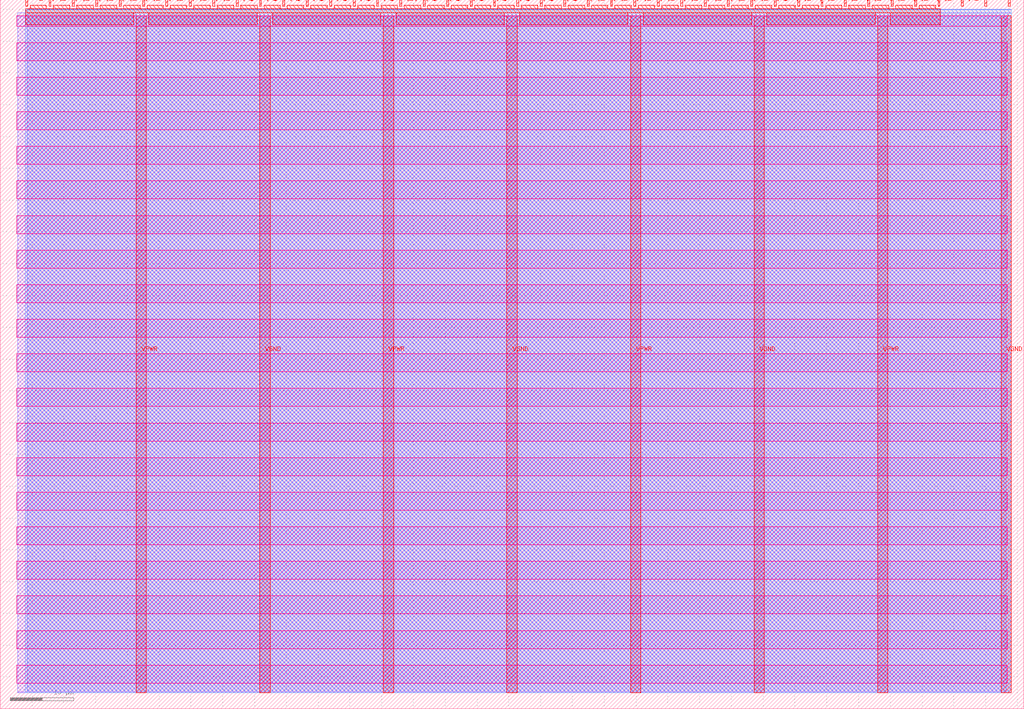
<source format=lef>
VERSION 5.7 ;
  NOWIREEXTENSIONATPIN ON ;
  DIVIDERCHAR "/" ;
  BUSBITCHARS "[]" ;
MACRO tt_um_array_multiplier_hhrb98
  CLASS BLOCK ;
  FOREIGN tt_um_array_multiplier_hhrb98 ;
  ORIGIN 0.000 0.000 ;
  SIZE 161.000 BY 111.520 ;
  PIN VGND
    DIRECTION INOUT ;
    USE GROUND ;
    PORT
      LAYER met4 ;
        RECT 40.830 2.480 42.430 109.040 ;
    END
    PORT
      LAYER met4 ;
        RECT 79.700 2.480 81.300 109.040 ;
    END
    PORT
      LAYER met4 ;
        RECT 118.570 2.480 120.170 109.040 ;
    END
    PORT
      LAYER met4 ;
        RECT 157.440 2.480 159.040 109.040 ;
    END
  END VGND
  PIN VPWR
    DIRECTION INOUT ;
    USE POWER ;
    PORT
      LAYER met4 ;
        RECT 21.395 2.480 22.995 109.040 ;
    END
    PORT
      LAYER met4 ;
        RECT 60.265 2.480 61.865 109.040 ;
    END
    PORT
      LAYER met4 ;
        RECT 99.135 2.480 100.735 109.040 ;
    END
    PORT
      LAYER met4 ;
        RECT 138.005 2.480 139.605 109.040 ;
    END
  END VPWR
  PIN clk
    DIRECTION INPUT ;
    USE SIGNAL ;
    PORT
      LAYER met4 ;
        RECT 154.870 110.520 155.170 111.520 ;
    END
  END clk
  PIN ena
    DIRECTION INPUT ;
    USE SIGNAL ;
    PORT
      LAYER met4 ;
        RECT 158.550 110.520 158.850 111.520 ;
    END
  END ena
  PIN rst_n
    DIRECTION INPUT ;
    USE SIGNAL ;
    PORT
      LAYER met4 ;
        RECT 151.190 110.520 151.490 111.520 ;
    END
  END rst_n
  PIN ui_in[0]
    DIRECTION INPUT ;
    USE SIGNAL ;
    ANTENNAGATEAREA 0.126000 ;
    PORT
      LAYER met4 ;
        RECT 147.510 110.520 147.810 111.520 ;
    END
  END ui_in[0]
  PIN ui_in[1]
    DIRECTION INPUT ;
    USE SIGNAL ;
    ANTENNAGATEAREA 0.213000 ;
    PORT
      LAYER met4 ;
        RECT 143.830 110.520 144.130 111.520 ;
    END
  END ui_in[1]
  PIN ui_in[2]
    DIRECTION INPUT ;
    USE SIGNAL ;
    ANTENNAGATEAREA 0.159000 ;
    PORT
      LAYER met4 ;
        RECT 140.150 110.520 140.450 111.520 ;
    END
  END ui_in[2]
  PIN ui_in[3]
    DIRECTION INPUT ;
    USE SIGNAL ;
    ANTENNAGATEAREA 0.213000 ;
    PORT
      LAYER met4 ;
        RECT 136.470 110.520 136.770 111.520 ;
    END
  END ui_in[3]
  PIN ui_in[4]
    DIRECTION INPUT ;
    USE SIGNAL ;
    ANTENNAGATEAREA 0.213000 ;
    PORT
      LAYER met4 ;
        RECT 132.790 110.520 133.090 111.520 ;
    END
  END ui_in[4]
  PIN ui_in[5]
    DIRECTION INPUT ;
    USE SIGNAL ;
    ANTENNAGATEAREA 0.213000 ;
    PORT
      LAYER met4 ;
        RECT 129.110 110.520 129.410 111.520 ;
    END
  END ui_in[5]
  PIN ui_in[6]
    DIRECTION INPUT ;
    USE SIGNAL ;
    ANTENNAGATEAREA 0.159000 ;
    PORT
      LAYER met4 ;
        RECT 125.430 110.520 125.730 111.520 ;
    END
  END ui_in[6]
  PIN ui_in[7]
    DIRECTION INPUT ;
    USE SIGNAL ;
    ANTENNAGATEAREA 0.213000 ;
    PORT
      LAYER met4 ;
        RECT 121.750 110.520 122.050 111.520 ;
    END
  END ui_in[7]
  PIN uio_in[0]
    DIRECTION INPUT ;
    USE SIGNAL ;
    PORT
      LAYER met4 ;
        RECT 118.070 110.520 118.370 111.520 ;
    END
  END uio_in[0]
  PIN uio_in[1]
    DIRECTION INPUT ;
    USE SIGNAL ;
    PORT
      LAYER met4 ;
        RECT 114.390 110.520 114.690 111.520 ;
    END
  END uio_in[1]
  PIN uio_in[2]
    DIRECTION INPUT ;
    USE SIGNAL ;
    PORT
      LAYER met4 ;
        RECT 110.710 110.520 111.010 111.520 ;
    END
  END uio_in[2]
  PIN uio_in[3]
    DIRECTION INPUT ;
    USE SIGNAL ;
    PORT
      LAYER met4 ;
        RECT 107.030 110.520 107.330 111.520 ;
    END
  END uio_in[3]
  PIN uio_in[4]
    DIRECTION INPUT ;
    USE SIGNAL ;
    PORT
      LAYER met4 ;
        RECT 103.350 110.520 103.650 111.520 ;
    END
  END uio_in[4]
  PIN uio_in[5]
    DIRECTION INPUT ;
    USE SIGNAL ;
    PORT
      LAYER met4 ;
        RECT 99.670 110.520 99.970 111.520 ;
    END
  END uio_in[5]
  PIN uio_in[6]
    DIRECTION INPUT ;
    USE SIGNAL ;
    PORT
      LAYER met4 ;
        RECT 95.990 110.520 96.290 111.520 ;
    END
  END uio_in[6]
  PIN uio_in[7]
    DIRECTION INPUT ;
    USE SIGNAL ;
    PORT
      LAYER met4 ;
        RECT 92.310 110.520 92.610 111.520 ;
    END
  END uio_in[7]
  PIN uio_oe[0]
    DIRECTION OUTPUT TRISTATE ;
    USE SIGNAL ;
    PORT
      LAYER met4 ;
        RECT 29.750 110.520 30.050 111.520 ;
    END
  END uio_oe[0]
  PIN uio_oe[1]
    DIRECTION OUTPUT TRISTATE ;
    USE SIGNAL ;
    PORT
      LAYER met4 ;
        RECT 26.070 110.520 26.370 111.520 ;
    END
  END uio_oe[1]
  PIN uio_oe[2]
    DIRECTION OUTPUT TRISTATE ;
    USE SIGNAL ;
    PORT
      LAYER met4 ;
        RECT 22.390 110.520 22.690 111.520 ;
    END
  END uio_oe[2]
  PIN uio_oe[3]
    DIRECTION OUTPUT TRISTATE ;
    USE SIGNAL ;
    PORT
      LAYER met4 ;
        RECT 18.710 110.520 19.010 111.520 ;
    END
  END uio_oe[3]
  PIN uio_oe[4]
    DIRECTION OUTPUT TRISTATE ;
    USE SIGNAL ;
    PORT
      LAYER met4 ;
        RECT 15.030 110.520 15.330 111.520 ;
    END
  END uio_oe[4]
  PIN uio_oe[5]
    DIRECTION OUTPUT TRISTATE ;
    USE SIGNAL ;
    PORT
      LAYER met4 ;
        RECT 11.350 110.520 11.650 111.520 ;
    END
  END uio_oe[5]
  PIN uio_oe[6]
    DIRECTION OUTPUT TRISTATE ;
    USE SIGNAL ;
    PORT
      LAYER met4 ;
        RECT 7.670 110.520 7.970 111.520 ;
    END
  END uio_oe[6]
  PIN uio_oe[7]
    DIRECTION OUTPUT TRISTATE ;
    USE SIGNAL ;
    PORT
      LAYER met4 ;
        RECT 3.990 110.520 4.290 111.520 ;
    END
  END uio_oe[7]
  PIN uio_out[0]
    DIRECTION OUTPUT TRISTATE ;
    USE SIGNAL ;
    PORT
      LAYER met4 ;
        RECT 59.190 110.520 59.490 111.520 ;
    END
  END uio_out[0]
  PIN uio_out[1]
    DIRECTION OUTPUT TRISTATE ;
    USE SIGNAL ;
    PORT
      LAYER met4 ;
        RECT 55.510 110.520 55.810 111.520 ;
    END
  END uio_out[1]
  PIN uio_out[2]
    DIRECTION OUTPUT TRISTATE ;
    USE SIGNAL ;
    PORT
      LAYER met4 ;
        RECT 51.830 110.520 52.130 111.520 ;
    END
  END uio_out[2]
  PIN uio_out[3]
    DIRECTION OUTPUT TRISTATE ;
    USE SIGNAL ;
    PORT
      LAYER met4 ;
        RECT 48.150 110.520 48.450 111.520 ;
    END
  END uio_out[3]
  PIN uio_out[4]
    DIRECTION OUTPUT TRISTATE ;
    USE SIGNAL ;
    PORT
      LAYER met4 ;
        RECT 44.470 110.520 44.770 111.520 ;
    END
  END uio_out[4]
  PIN uio_out[5]
    DIRECTION OUTPUT TRISTATE ;
    USE SIGNAL ;
    PORT
      LAYER met4 ;
        RECT 40.790 110.520 41.090 111.520 ;
    END
  END uio_out[5]
  PIN uio_out[6]
    DIRECTION OUTPUT TRISTATE ;
    USE SIGNAL ;
    PORT
      LAYER met4 ;
        RECT 37.110 110.520 37.410 111.520 ;
    END
  END uio_out[6]
  PIN uio_out[7]
    DIRECTION OUTPUT TRISTATE ;
    USE SIGNAL ;
    PORT
      LAYER met4 ;
        RECT 33.430 110.520 33.730 111.520 ;
    END
  END uio_out[7]
  PIN uo_out[0]
    DIRECTION OUTPUT TRISTATE ;
    USE SIGNAL ;
    ANTENNADIFFAREA 0.795200 ;
    PORT
      LAYER met4 ;
        RECT 88.630 110.520 88.930 111.520 ;
    END
  END uo_out[0]
  PIN uo_out[1]
    DIRECTION OUTPUT TRISTATE ;
    USE SIGNAL ;
    ANTENNADIFFAREA 0.445500 ;
    PORT
      LAYER met4 ;
        RECT 84.950 110.520 85.250 111.520 ;
    END
  END uo_out[1]
  PIN uo_out[2]
    DIRECTION OUTPUT TRISTATE ;
    USE SIGNAL ;
    ANTENNADIFFAREA 0.795200 ;
    PORT
      LAYER met4 ;
        RECT 81.270 110.520 81.570 111.520 ;
    END
  END uo_out[2]
  PIN uo_out[3]
    DIRECTION OUTPUT TRISTATE ;
    USE SIGNAL ;
    ANTENNADIFFAREA 0.445500 ;
    PORT
      LAYER met4 ;
        RECT 77.590 110.520 77.890 111.520 ;
    END
  END uo_out[3]
  PIN uo_out[4]
    DIRECTION OUTPUT TRISTATE ;
    USE SIGNAL ;
    ANTENNADIFFAREA 0.795200 ;
    PORT
      LAYER met4 ;
        RECT 73.910 110.520 74.210 111.520 ;
    END
  END uo_out[4]
  PIN uo_out[5]
    DIRECTION OUTPUT TRISTATE ;
    USE SIGNAL ;
    ANTENNADIFFAREA 0.445500 ;
    PORT
      LAYER met4 ;
        RECT 70.230 110.520 70.530 111.520 ;
    END
  END uo_out[5]
  PIN uo_out[6]
    DIRECTION OUTPUT TRISTATE ;
    USE SIGNAL ;
    ANTENNADIFFAREA 0.795200 ;
    PORT
      LAYER met4 ;
        RECT 66.550 110.520 66.850 111.520 ;
    END
  END uo_out[6]
  PIN uo_out[7]
    DIRECTION OUTPUT TRISTATE ;
    USE SIGNAL ;
    ANTENNADIFFAREA 0.445500 ;
    PORT
      LAYER met4 ;
        RECT 62.870 110.520 63.170 111.520 ;
    END
  END uo_out[7]
  OBS
      LAYER nwell ;
        RECT 2.570 107.385 158.430 108.990 ;
        RECT 2.570 101.945 158.430 104.775 ;
        RECT 2.570 96.505 158.430 99.335 ;
        RECT 2.570 91.065 158.430 93.895 ;
        RECT 2.570 85.625 158.430 88.455 ;
        RECT 2.570 80.185 158.430 83.015 ;
        RECT 2.570 74.745 158.430 77.575 ;
        RECT 2.570 69.305 158.430 72.135 ;
        RECT 2.570 63.865 158.430 66.695 ;
        RECT 2.570 58.425 158.430 61.255 ;
        RECT 2.570 52.985 158.430 55.815 ;
        RECT 2.570 47.545 158.430 50.375 ;
        RECT 2.570 42.105 158.430 44.935 ;
        RECT 2.570 36.665 158.430 39.495 ;
        RECT 2.570 31.225 158.430 34.055 ;
        RECT 2.570 25.785 158.430 28.615 ;
        RECT 2.570 20.345 158.430 23.175 ;
        RECT 2.570 14.905 158.430 17.735 ;
        RECT 2.570 9.465 158.430 12.295 ;
        RECT 2.570 4.025 158.430 6.855 ;
      LAYER li1 ;
        RECT 2.760 2.635 158.240 108.885 ;
      LAYER met1 ;
        RECT 2.760 2.480 159.040 109.440 ;
      LAYER met2 ;
        RECT 4.230 2.535 159.010 110.005 ;
      LAYER met3 ;
        RECT 3.950 2.555 159.030 109.985 ;
      LAYER met4 ;
        RECT 4.690 110.120 7.270 110.650 ;
        RECT 8.370 110.120 10.950 110.650 ;
        RECT 12.050 110.120 14.630 110.650 ;
        RECT 15.730 110.120 18.310 110.650 ;
        RECT 19.410 110.120 21.990 110.650 ;
        RECT 23.090 110.120 25.670 110.650 ;
        RECT 26.770 110.120 29.350 110.650 ;
        RECT 30.450 110.120 33.030 110.650 ;
        RECT 34.130 110.120 36.710 110.650 ;
        RECT 37.810 110.120 40.390 110.650 ;
        RECT 41.490 110.120 44.070 110.650 ;
        RECT 45.170 110.120 47.750 110.650 ;
        RECT 48.850 110.120 51.430 110.650 ;
        RECT 52.530 110.120 55.110 110.650 ;
        RECT 56.210 110.120 58.790 110.650 ;
        RECT 59.890 110.120 62.470 110.650 ;
        RECT 63.570 110.120 66.150 110.650 ;
        RECT 67.250 110.120 69.830 110.650 ;
        RECT 70.930 110.120 73.510 110.650 ;
        RECT 74.610 110.120 77.190 110.650 ;
        RECT 78.290 110.120 80.870 110.650 ;
        RECT 81.970 110.120 84.550 110.650 ;
        RECT 85.650 110.120 88.230 110.650 ;
        RECT 89.330 110.120 91.910 110.650 ;
        RECT 93.010 110.120 95.590 110.650 ;
        RECT 96.690 110.120 99.270 110.650 ;
        RECT 100.370 110.120 102.950 110.650 ;
        RECT 104.050 110.120 106.630 110.650 ;
        RECT 107.730 110.120 110.310 110.650 ;
        RECT 111.410 110.120 113.990 110.650 ;
        RECT 115.090 110.120 117.670 110.650 ;
        RECT 118.770 110.120 121.350 110.650 ;
        RECT 122.450 110.120 125.030 110.650 ;
        RECT 126.130 110.120 128.710 110.650 ;
        RECT 129.810 110.120 132.390 110.650 ;
        RECT 133.490 110.120 136.070 110.650 ;
        RECT 137.170 110.120 139.750 110.650 ;
        RECT 140.850 110.120 143.430 110.650 ;
        RECT 144.530 110.120 147.110 110.650 ;
        RECT 3.975 109.440 147.825 110.120 ;
        RECT 3.975 107.615 20.995 109.440 ;
        RECT 23.395 107.615 40.430 109.440 ;
        RECT 42.830 107.615 59.865 109.440 ;
        RECT 62.265 107.615 79.300 109.440 ;
        RECT 81.700 107.615 98.735 109.440 ;
        RECT 101.135 107.615 118.170 109.440 ;
        RECT 120.570 107.615 137.605 109.440 ;
        RECT 140.005 107.615 147.825 109.440 ;
  END
END tt_um_array_multiplier_hhrb98
END LIBRARY


</source>
